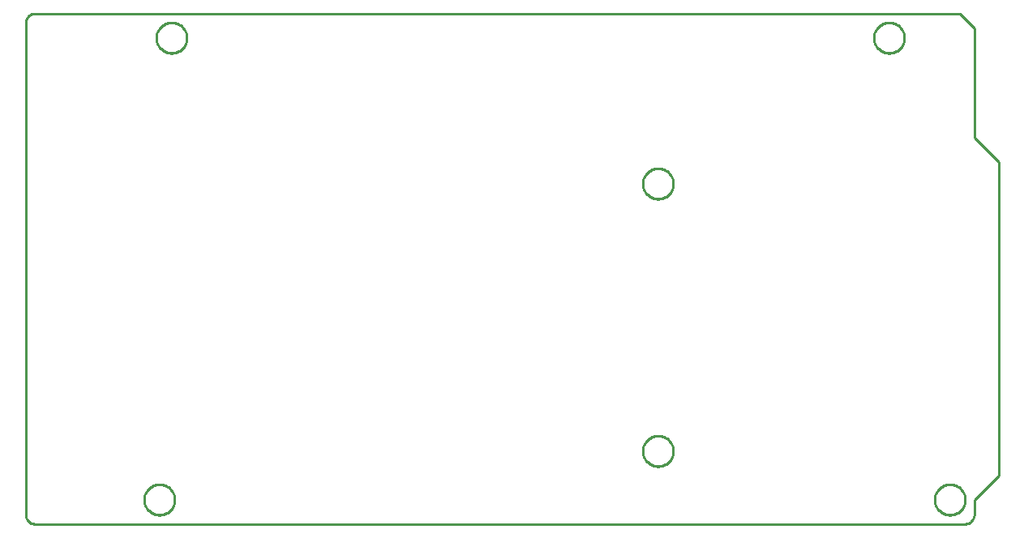
<source format=gbr>
G04 EAGLE Gerber RS-274X export*
G75*
%MOMM*%
%FSLAX34Y34*%
%LPD*%
%IN*%
%IPPOS*%
%AMOC8*
5,1,8,0,0,1.08239X$1,22.5*%
G01*
%ADD10C,0.254000*%


D10*
X1270Y11270D02*
X1308Y10398D01*
X1422Y9534D01*
X1611Y8682D01*
X1873Y7850D01*
X2207Y7044D01*
X2610Y6270D01*
X3078Y5534D01*
X3610Y4842D01*
X4199Y4199D01*
X4842Y3610D01*
X5534Y3078D01*
X6270Y2610D01*
X7044Y2207D01*
X7850Y1873D01*
X8682Y1611D01*
X9534Y1422D01*
X10398Y1308D01*
X11270Y1270D01*
X981870Y1270D01*
X982742Y1308D01*
X983606Y1422D01*
X984458Y1611D01*
X985290Y1873D01*
X986096Y2207D01*
X986870Y2610D01*
X987606Y3078D01*
X988298Y3610D01*
X988941Y4199D01*
X989530Y4842D01*
X990062Y5534D01*
X990530Y6270D01*
X990933Y7044D01*
X991267Y7850D01*
X991529Y8682D01*
X991718Y9534D01*
X991832Y10398D01*
X991870Y11270D01*
X991870Y26670D01*
X1017270Y52070D01*
X1017270Y379730D01*
X991870Y405130D01*
X991870Y519430D01*
X976630Y534670D01*
X11270Y534670D01*
X10398Y534632D01*
X9534Y534518D01*
X8682Y534329D01*
X7850Y534067D01*
X7044Y533733D01*
X6270Y533330D01*
X5534Y532862D01*
X4842Y532330D01*
X4199Y531741D01*
X3610Y531098D01*
X3078Y530406D01*
X2610Y529670D01*
X2207Y528896D01*
X1873Y528090D01*
X1611Y527258D01*
X1422Y526406D01*
X1308Y525542D01*
X1270Y524670D01*
X1270Y11270D01*
X982470Y26146D02*
X982402Y25101D01*
X982265Y24062D01*
X982060Y23035D01*
X981789Y22023D01*
X981453Y21031D01*
X981052Y20063D01*
X980588Y19124D01*
X980065Y18216D01*
X979483Y17345D01*
X978845Y16514D01*
X978154Y15727D01*
X977413Y14986D01*
X976626Y14295D01*
X975795Y13658D01*
X974924Y13076D01*
X974016Y12552D01*
X973077Y12088D01*
X972109Y11687D01*
X971117Y11351D01*
X970105Y11080D01*
X969078Y10875D01*
X968039Y10739D01*
X966994Y10670D01*
X965946Y10670D01*
X964901Y10739D01*
X963862Y10875D01*
X962835Y11080D01*
X961823Y11351D01*
X960831Y11687D01*
X959863Y12088D01*
X958924Y12552D01*
X958016Y13076D01*
X957145Y13658D01*
X956314Y14295D01*
X955527Y14986D01*
X954786Y15727D01*
X954095Y16514D01*
X953458Y17345D01*
X952876Y18216D01*
X952352Y19124D01*
X951888Y20063D01*
X951487Y21031D01*
X951151Y22023D01*
X950880Y23035D01*
X950675Y24062D01*
X950539Y25101D01*
X950470Y26146D01*
X950470Y27194D01*
X950539Y28239D01*
X950675Y29278D01*
X950880Y30305D01*
X951151Y31317D01*
X951487Y32309D01*
X951888Y33277D01*
X952352Y34216D01*
X952876Y35124D01*
X953458Y35995D01*
X954095Y36826D01*
X954786Y37613D01*
X955527Y38354D01*
X956314Y39045D01*
X957145Y39683D01*
X958016Y40265D01*
X958924Y40788D01*
X959863Y41252D01*
X960831Y41653D01*
X961823Y41989D01*
X962835Y42260D01*
X963862Y42465D01*
X964901Y42602D01*
X965946Y42670D01*
X966994Y42670D01*
X968039Y42602D01*
X969078Y42465D01*
X970105Y42260D01*
X971117Y41989D01*
X972109Y41653D01*
X973077Y41252D01*
X974016Y40788D01*
X974924Y40265D01*
X975795Y39683D01*
X976626Y39045D01*
X977413Y38354D01*
X978154Y37613D01*
X978845Y36826D01*
X979483Y35995D01*
X980065Y35124D01*
X980588Y34216D01*
X981052Y33277D01*
X981453Y32309D01*
X981789Y31317D01*
X982060Y30305D01*
X982265Y29278D01*
X982402Y28239D01*
X982470Y27194D01*
X982470Y26146D01*
X169670Y508746D02*
X169602Y507701D01*
X169465Y506662D01*
X169260Y505635D01*
X168989Y504623D01*
X168653Y503631D01*
X168252Y502663D01*
X167788Y501724D01*
X167265Y500816D01*
X166683Y499945D01*
X166045Y499114D01*
X165354Y498327D01*
X164613Y497586D01*
X163826Y496895D01*
X162995Y496258D01*
X162124Y495676D01*
X161216Y495152D01*
X160277Y494688D01*
X159309Y494287D01*
X158317Y493951D01*
X157305Y493680D01*
X156278Y493475D01*
X155239Y493339D01*
X154194Y493270D01*
X153146Y493270D01*
X152101Y493339D01*
X151062Y493475D01*
X150035Y493680D01*
X149023Y493951D01*
X148031Y494287D01*
X147063Y494688D01*
X146124Y495152D01*
X145216Y495676D01*
X144345Y496258D01*
X143514Y496895D01*
X142727Y497586D01*
X141986Y498327D01*
X141295Y499114D01*
X140658Y499945D01*
X140076Y500816D01*
X139552Y501724D01*
X139088Y502663D01*
X138687Y503631D01*
X138351Y504623D01*
X138080Y505635D01*
X137875Y506662D01*
X137739Y507701D01*
X137670Y508746D01*
X137670Y509794D01*
X137739Y510839D01*
X137875Y511878D01*
X138080Y512905D01*
X138351Y513917D01*
X138687Y514909D01*
X139088Y515877D01*
X139552Y516816D01*
X140076Y517724D01*
X140658Y518595D01*
X141295Y519426D01*
X141986Y520213D01*
X142727Y520954D01*
X143514Y521645D01*
X144345Y522283D01*
X145216Y522865D01*
X146124Y523388D01*
X147063Y523852D01*
X148031Y524253D01*
X149023Y524589D01*
X150035Y524860D01*
X151062Y525065D01*
X152101Y525202D01*
X153146Y525270D01*
X154194Y525270D01*
X155239Y525202D01*
X156278Y525065D01*
X157305Y524860D01*
X158317Y524589D01*
X159309Y524253D01*
X160277Y523852D01*
X161216Y523388D01*
X162124Y522865D01*
X162995Y522283D01*
X163826Y521645D01*
X164613Y520954D01*
X165354Y520213D01*
X166045Y519426D01*
X166683Y518595D01*
X167265Y517724D01*
X167788Y516816D01*
X168252Y515877D01*
X168653Y514909D01*
X168989Y513917D01*
X169260Y512905D01*
X169465Y511878D01*
X169602Y510839D01*
X169670Y509794D01*
X169670Y508746D01*
X918970Y508746D02*
X918902Y507701D01*
X918765Y506662D01*
X918560Y505635D01*
X918289Y504623D01*
X917953Y503631D01*
X917552Y502663D01*
X917088Y501724D01*
X916565Y500816D01*
X915983Y499945D01*
X915345Y499114D01*
X914654Y498327D01*
X913913Y497586D01*
X913126Y496895D01*
X912295Y496258D01*
X911424Y495676D01*
X910516Y495152D01*
X909577Y494688D01*
X908609Y494287D01*
X907617Y493951D01*
X906605Y493680D01*
X905578Y493475D01*
X904539Y493339D01*
X903494Y493270D01*
X902446Y493270D01*
X901401Y493339D01*
X900362Y493475D01*
X899335Y493680D01*
X898323Y493951D01*
X897331Y494287D01*
X896363Y494688D01*
X895424Y495152D01*
X894516Y495676D01*
X893645Y496258D01*
X892814Y496895D01*
X892027Y497586D01*
X891286Y498327D01*
X890595Y499114D01*
X889958Y499945D01*
X889376Y500816D01*
X888852Y501724D01*
X888388Y502663D01*
X887987Y503631D01*
X887651Y504623D01*
X887380Y505635D01*
X887175Y506662D01*
X887039Y507701D01*
X886970Y508746D01*
X886970Y509794D01*
X887039Y510839D01*
X887175Y511878D01*
X887380Y512905D01*
X887651Y513917D01*
X887987Y514909D01*
X888388Y515877D01*
X888852Y516816D01*
X889376Y517724D01*
X889958Y518595D01*
X890595Y519426D01*
X891286Y520213D01*
X892027Y520954D01*
X892814Y521645D01*
X893645Y522283D01*
X894516Y522865D01*
X895424Y523388D01*
X896363Y523852D01*
X897331Y524253D01*
X898323Y524589D01*
X899335Y524860D01*
X900362Y525065D01*
X901401Y525202D01*
X902446Y525270D01*
X903494Y525270D01*
X904539Y525202D01*
X905578Y525065D01*
X906605Y524860D01*
X907617Y524589D01*
X908609Y524253D01*
X909577Y523852D01*
X910516Y523388D01*
X911424Y522865D01*
X912295Y522283D01*
X913126Y521645D01*
X913913Y520954D01*
X914654Y520213D01*
X915345Y519426D01*
X915983Y518595D01*
X916565Y517724D01*
X917088Y516816D01*
X917552Y515877D01*
X917953Y514909D01*
X918289Y513917D01*
X918560Y512905D01*
X918765Y511878D01*
X918902Y510839D01*
X918970Y509794D01*
X918970Y508746D01*
X156970Y26146D02*
X156902Y25101D01*
X156765Y24062D01*
X156560Y23035D01*
X156289Y22023D01*
X155953Y21031D01*
X155552Y20063D01*
X155088Y19124D01*
X154565Y18216D01*
X153983Y17345D01*
X153345Y16514D01*
X152654Y15727D01*
X151913Y14986D01*
X151126Y14295D01*
X150295Y13658D01*
X149424Y13076D01*
X148516Y12552D01*
X147577Y12088D01*
X146609Y11687D01*
X145617Y11351D01*
X144605Y11080D01*
X143578Y10875D01*
X142539Y10739D01*
X141494Y10670D01*
X140446Y10670D01*
X139401Y10739D01*
X138362Y10875D01*
X137335Y11080D01*
X136323Y11351D01*
X135331Y11687D01*
X134363Y12088D01*
X133424Y12552D01*
X132516Y13076D01*
X131645Y13658D01*
X130814Y14295D01*
X130027Y14986D01*
X129286Y15727D01*
X128595Y16514D01*
X127958Y17345D01*
X127376Y18216D01*
X126852Y19124D01*
X126388Y20063D01*
X125987Y21031D01*
X125651Y22023D01*
X125380Y23035D01*
X125175Y24062D01*
X125039Y25101D01*
X124970Y26146D01*
X124970Y27194D01*
X125039Y28239D01*
X125175Y29278D01*
X125380Y30305D01*
X125651Y31317D01*
X125987Y32309D01*
X126388Y33277D01*
X126852Y34216D01*
X127376Y35124D01*
X127958Y35995D01*
X128595Y36826D01*
X129286Y37613D01*
X130027Y38354D01*
X130814Y39045D01*
X131645Y39683D01*
X132516Y40265D01*
X133424Y40788D01*
X134363Y41252D01*
X135331Y41653D01*
X136323Y41989D01*
X137335Y42260D01*
X138362Y42465D01*
X139401Y42602D01*
X140446Y42670D01*
X141494Y42670D01*
X142539Y42602D01*
X143578Y42465D01*
X144605Y42260D01*
X145617Y41989D01*
X146609Y41653D01*
X147577Y41252D01*
X148516Y40788D01*
X149424Y40265D01*
X150295Y39683D01*
X151126Y39045D01*
X151913Y38354D01*
X152654Y37613D01*
X153345Y36826D01*
X153983Y35995D01*
X154565Y35124D01*
X155088Y34216D01*
X155552Y33277D01*
X155953Y32309D01*
X156289Y31317D01*
X156560Y30305D01*
X156765Y29278D01*
X156902Y28239D01*
X156970Y27194D01*
X156970Y26146D01*
X677670Y356346D02*
X677602Y355301D01*
X677465Y354262D01*
X677260Y353235D01*
X676989Y352223D01*
X676653Y351231D01*
X676252Y350263D01*
X675788Y349324D01*
X675265Y348416D01*
X674683Y347545D01*
X674045Y346714D01*
X673354Y345927D01*
X672613Y345186D01*
X671826Y344495D01*
X670995Y343858D01*
X670124Y343276D01*
X669216Y342752D01*
X668277Y342288D01*
X667309Y341887D01*
X666317Y341551D01*
X665305Y341280D01*
X664278Y341075D01*
X663239Y340939D01*
X662194Y340870D01*
X661146Y340870D01*
X660101Y340939D01*
X659062Y341075D01*
X658035Y341280D01*
X657023Y341551D01*
X656031Y341887D01*
X655063Y342288D01*
X654124Y342752D01*
X653216Y343276D01*
X652345Y343858D01*
X651514Y344495D01*
X650727Y345186D01*
X649986Y345927D01*
X649295Y346714D01*
X648658Y347545D01*
X648076Y348416D01*
X647552Y349324D01*
X647088Y350263D01*
X646687Y351231D01*
X646351Y352223D01*
X646080Y353235D01*
X645875Y354262D01*
X645739Y355301D01*
X645670Y356346D01*
X645670Y357394D01*
X645739Y358439D01*
X645875Y359478D01*
X646080Y360505D01*
X646351Y361517D01*
X646687Y362509D01*
X647088Y363477D01*
X647552Y364416D01*
X648076Y365324D01*
X648658Y366195D01*
X649295Y367026D01*
X649986Y367813D01*
X650727Y368554D01*
X651514Y369245D01*
X652345Y369883D01*
X653216Y370465D01*
X654124Y370988D01*
X655063Y371452D01*
X656031Y371853D01*
X657023Y372189D01*
X658035Y372460D01*
X659062Y372665D01*
X660101Y372802D01*
X661146Y372870D01*
X662194Y372870D01*
X663239Y372802D01*
X664278Y372665D01*
X665305Y372460D01*
X666317Y372189D01*
X667309Y371853D01*
X668277Y371452D01*
X669216Y370988D01*
X670124Y370465D01*
X670995Y369883D01*
X671826Y369245D01*
X672613Y368554D01*
X673354Y367813D01*
X674045Y367026D01*
X674683Y366195D01*
X675265Y365324D01*
X675788Y364416D01*
X676252Y363477D01*
X676653Y362509D01*
X676989Y361517D01*
X677260Y360505D01*
X677465Y359478D01*
X677602Y358439D01*
X677670Y357394D01*
X677670Y356346D01*
X677670Y76946D02*
X677602Y75901D01*
X677465Y74862D01*
X677260Y73835D01*
X676989Y72823D01*
X676653Y71831D01*
X676252Y70863D01*
X675788Y69924D01*
X675265Y69016D01*
X674683Y68145D01*
X674045Y67314D01*
X673354Y66527D01*
X672613Y65786D01*
X671826Y65095D01*
X670995Y64458D01*
X670124Y63876D01*
X669216Y63352D01*
X668277Y62888D01*
X667309Y62487D01*
X666317Y62151D01*
X665305Y61880D01*
X664278Y61675D01*
X663239Y61539D01*
X662194Y61470D01*
X661146Y61470D01*
X660101Y61539D01*
X659062Y61675D01*
X658035Y61880D01*
X657023Y62151D01*
X656031Y62487D01*
X655063Y62888D01*
X654124Y63352D01*
X653216Y63876D01*
X652345Y64458D01*
X651514Y65095D01*
X650727Y65786D01*
X649986Y66527D01*
X649295Y67314D01*
X648658Y68145D01*
X648076Y69016D01*
X647552Y69924D01*
X647088Y70863D01*
X646687Y71831D01*
X646351Y72823D01*
X646080Y73835D01*
X645875Y74862D01*
X645739Y75901D01*
X645670Y76946D01*
X645670Y77994D01*
X645739Y79039D01*
X645875Y80078D01*
X646080Y81105D01*
X646351Y82117D01*
X646687Y83109D01*
X647088Y84077D01*
X647552Y85016D01*
X648076Y85924D01*
X648658Y86795D01*
X649295Y87626D01*
X649986Y88413D01*
X650727Y89154D01*
X651514Y89845D01*
X652345Y90483D01*
X653216Y91065D01*
X654124Y91588D01*
X655063Y92052D01*
X656031Y92453D01*
X657023Y92789D01*
X658035Y93060D01*
X659062Y93265D01*
X660101Y93402D01*
X661146Y93470D01*
X662194Y93470D01*
X663239Y93402D01*
X664278Y93265D01*
X665305Y93060D01*
X666317Y92789D01*
X667309Y92453D01*
X668277Y92052D01*
X669216Y91588D01*
X670124Y91065D01*
X670995Y90483D01*
X671826Y89845D01*
X672613Y89154D01*
X673354Y88413D01*
X674045Y87626D01*
X674683Y86795D01*
X675265Y85924D01*
X675788Y85016D01*
X676252Y84077D01*
X676653Y83109D01*
X676989Y82117D01*
X677260Y81105D01*
X677465Y80078D01*
X677602Y79039D01*
X677670Y77994D01*
X677670Y76946D01*
M02*

</source>
